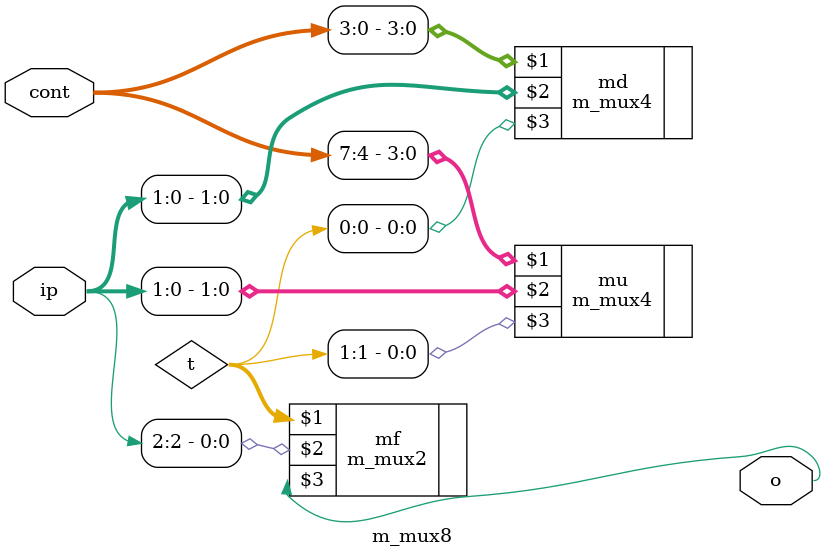
<source format=v>
`include "mux4.v"

module m_mux8(input[7:0] cont,input[2:0] ip,output o);

	wire[1:0] t;
	m_mux4 mu(cont[7:4],ip[1:0],t[1]);
	m_mux4 md(cont[3:0],ip[1:0],t[0]);
	m_mux2 mf(t,ip[2],o);

endmodule
</source>
